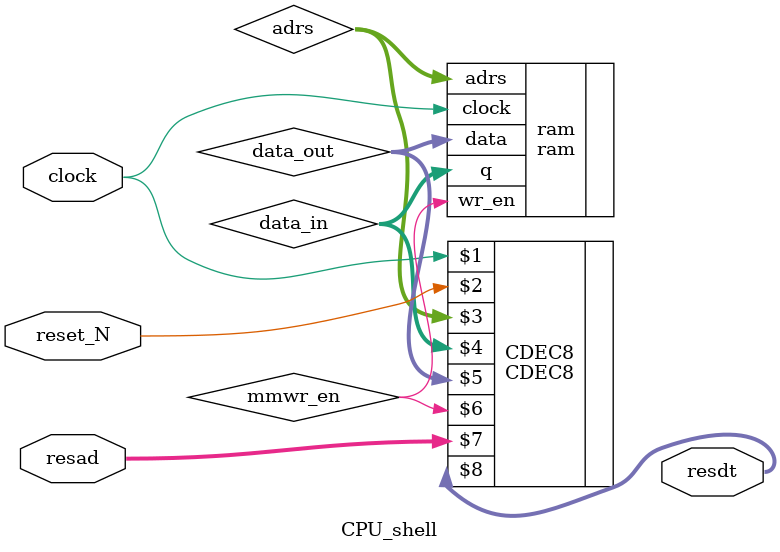
<source format=v>
/* CPU_shell.v  = = = = = = = = = = = = = = = = = = = = = = = = = = = = *****
 **    CDEC8 and test bench / FPGA interface module			 ****
 ***       Ver. 1.0 2014.05.30						  ***
 ****									   **
 ***** (C) 2014 kimsyn (ET & VLSI system design labo. GCT ICE)  = = = = = = */

`default_nettype none 
`include "my_const.vh"

module CPU_shell(
    input  wire        clock,	// clock
    input  wire        reset_N,	// reset (active low)

    input  wire [ 7:0] resad,	    // resource address for debug monitor
    output wire [ 7:0] resdt	    // resource data for debug monitor
    );

    wire [7:0] data_in;
    wire [7:0] data_out;
    wire [7:0] adrs;
    wire mmwr_en;

  //-- CPU core instantiation and bus connection

    CDEC8 CDEC8( clock, reset_N,
		 adrs[7:0], data_in[7:0], data_out[7:0],
		 mmwr_en,
         //mmrd_N, mmwr_N, mm_dboe,
		 resad, resdt);


  //-- memory/io signal connection
    ram ram(.adrs(adrs), .data(data_out), .q(data_in), 
        .clock(clock), .wr_en(mmwr_en));



endmodule


</source>
